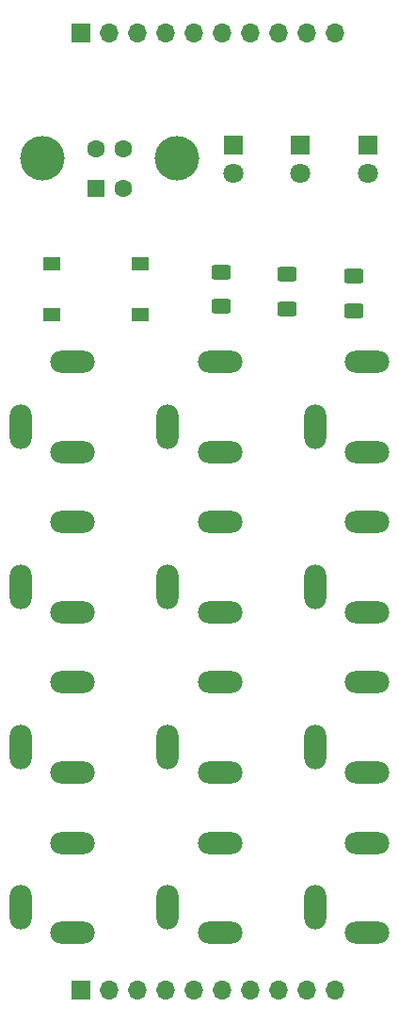
<source format=gbr>
%TF.GenerationSoftware,KiCad,Pcbnew,(6.0.6)*%
%TF.CreationDate,2022-11-26T15:19:07+01:00*%
%TF.ProjectId,vcer-midi-to-cv,76636572-2d6d-4696-9469-2d746f2d6376,rev?*%
%TF.SameCoordinates,Original*%
%TF.FileFunction,Soldermask,Top*%
%TF.FilePolarity,Negative*%
%FSLAX46Y46*%
G04 Gerber Fmt 4.6, Leading zero omitted, Abs format (unit mm)*
G04 Created by KiCad (PCBNEW (6.0.6)) date 2022-11-26 15:19:07*
%MOMM*%
%LPD*%
G01*
G04 APERTURE LIST*
G04 Aperture macros list*
%AMRoundRect*
0 Rectangle with rounded corners*
0 $1 Rounding radius*
0 $2 $3 $4 $5 $6 $7 $8 $9 X,Y pos of 4 corners*
0 Add a 4 corners polygon primitive as box body*
4,1,4,$2,$3,$4,$5,$6,$7,$8,$9,$2,$3,0*
0 Add four circle primitives for the rounded corners*
1,1,$1+$1,$2,$3*
1,1,$1+$1,$4,$5*
1,1,$1+$1,$6,$7*
1,1,$1+$1,$8,$9*
0 Add four rect primitives between the rounded corners*
20,1,$1+$1,$2,$3,$4,$5,0*
20,1,$1+$1,$4,$5,$6,$7,0*
20,1,$1+$1,$6,$7,$8,$9,0*
20,1,$1+$1,$8,$9,$2,$3,0*%
G04 Aperture macros list end*
%ADD10O,4.000000X2.000000*%
%ADD11O,2.000000X4.000000*%
%ADD12R,1.800000X1.800000*%
%ADD13C,1.800000*%
%ADD14RoundRect,0.250000X-0.625000X0.400000X-0.625000X-0.400000X0.625000X-0.400000X0.625000X0.400000X0*%
%ADD15R,1.600000X1.600000*%
%ADD16C,1.600000*%
%ADD17C,4.000000*%
%ADD18R,1.550000X1.300000*%
%ADD19R,1.700000X1.700000*%
%ADD20O,1.700000X1.700000*%
G04 APERTURE END LIST*
D10*
%TO.C,J18*%
X21547500Y-73445000D03*
X21547500Y-65345000D03*
D11*
X16847500Y-71145000D03*
%TD*%
D10*
%TO.C,J16*%
X21547500Y-44645000D03*
X21547500Y-36545000D03*
D11*
X16847500Y-42345000D03*
%TD*%
D12*
%TO.C,D3*%
X22720000Y-17045803D03*
D13*
X22720000Y-19585803D03*
%TD*%
D10*
%TO.C,J19*%
X21547500Y-87845000D03*
X21547500Y-79745000D03*
D11*
X16847500Y-85545000D03*
%TD*%
D14*
%TO.C,R23*%
X21600000Y-28450000D03*
X21600000Y-31550000D03*
%TD*%
D10*
%TO.C,J11*%
X8300000Y-87845000D03*
X8300000Y-79745000D03*
D11*
X3600000Y-85545000D03*
%TD*%
D15*
%TO.C,J7*%
X10350000Y-20930000D03*
D16*
X12850000Y-20930000D03*
X12850000Y-17430000D03*
X10350000Y-17430000D03*
D17*
X17620000Y-18220000D03*
X5580000Y-18220000D03*
%TD*%
D10*
%TO.C,J8*%
X8300000Y-44645000D03*
X8300000Y-36545000D03*
D11*
X3600000Y-42345000D03*
%TD*%
D12*
%TO.C,D1*%
X28770000Y-17045803D03*
D13*
X28770000Y-19585803D03*
%TD*%
D18*
%TO.C,SW1*%
X6425000Y-27750000D03*
X14375000Y-27750000D03*
X6425000Y-32250000D03*
X14375000Y-32250000D03*
%TD*%
D10*
%TO.C,J10*%
X8300000Y-73445000D03*
X8300000Y-65345000D03*
D11*
X3600000Y-71145000D03*
%TD*%
D10*
%TO.C,J13*%
X34795000Y-59045000D03*
X34795000Y-50945000D03*
D11*
X30095000Y-56745000D03*
%TD*%
D10*
%TO.C,J9*%
X8300000Y-59045000D03*
X8300000Y-50945000D03*
D11*
X3600000Y-56745000D03*
%TD*%
D10*
%TO.C,J14*%
X34795000Y-73445000D03*
X34795000Y-65345000D03*
D11*
X30095000Y-71145000D03*
%TD*%
D14*
%TO.C,R22*%
X33600000Y-28850000D03*
X33600000Y-31950000D03*
%TD*%
D10*
%TO.C,J17*%
X21547500Y-59045000D03*
X21547500Y-50945000D03*
D11*
X16847500Y-56745000D03*
%TD*%
D14*
%TO.C,R21*%
X27600000Y-28650000D03*
X27600000Y-31750000D03*
%TD*%
D10*
%TO.C,J15*%
X34795000Y-87845000D03*
X34795000Y-79745000D03*
D11*
X30095000Y-85545000D03*
%TD*%
D10*
%TO.C,J12*%
X34795000Y-44645000D03*
X34795000Y-36545000D03*
D11*
X30095000Y-42345000D03*
%TD*%
D12*
%TO.C,D2*%
X34820000Y-17045803D03*
D13*
X34820000Y-19585803D03*
%TD*%
D19*
%TO.C,J3*%
X9000000Y-7000000D03*
D20*
X11540000Y-7000000D03*
X14080000Y-7000000D03*
X16620000Y-7000000D03*
X19160000Y-7000000D03*
X21700000Y-7000000D03*
X24240000Y-7000000D03*
X26780000Y-7000000D03*
X29320000Y-7000000D03*
X31860000Y-7000000D03*
%TD*%
D19*
%TO.C,J4*%
X9000000Y-93000000D03*
D20*
X11540000Y-93000000D03*
X14080000Y-93000000D03*
X16620000Y-93000000D03*
X19160000Y-93000000D03*
X21700000Y-93000000D03*
X24240000Y-93000000D03*
X26780000Y-93000000D03*
X29320000Y-93000000D03*
X31860000Y-93000000D03*
%TD*%
M02*

</source>
